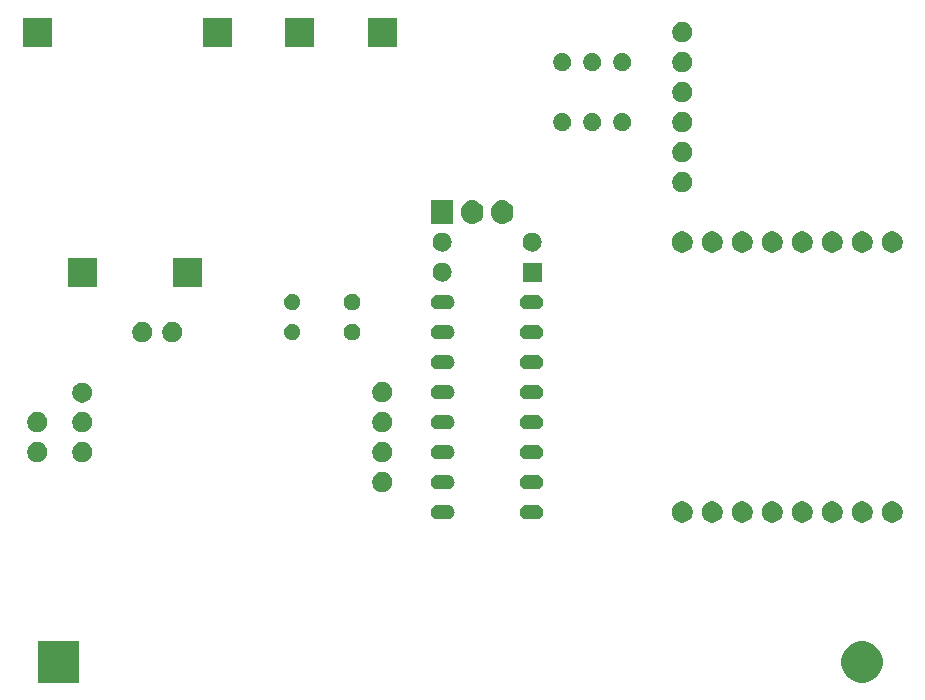
<source format=gts>
G04 #@! TF.GenerationSoftware,KiCad,Pcbnew,(5.0.2)-1*
G04 #@! TF.CreationDate,2019-04-11T22:06:56+02:00*
G04 #@! TF.ProjectId,irrigation_5Vvalve_4N25_CD74HC4052E_PCB,69727269-6761-4746-996f-6e5f35567661,rev?*
G04 #@! TF.SameCoordinates,Original*
G04 #@! TF.FileFunction,Soldermask,Top*
G04 #@! TF.FilePolarity,Negative*
%FSLAX46Y46*%
G04 Gerber Fmt 4.6, Leading zero omitted, Abs format (unit mm)*
G04 Created by KiCad (PCBNEW (5.0.2)-1) date 11-04-2019 22:06:56*
%MOMM*%
%LPD*%
G01*
G04 APERTURE LIST*
%ADD10C,0.100000*%
G04 APERTURE END LIST*
D10*
G36*
X97030456Y-74517251D02*
X97348936Y-74649170D01*
X97635560Y-74840686D01*
X97879314Y-75084440D01*
X98070830Y-75371064D01*
X98202749Y-75689544D01*
X98270000Y-76027640D01*
X98270000Y-76372360D01*
X98202749Y-76710456D01*
X98070830Y-77028936D01*
X97879314Y-77315560D01*
X97635560Y-77559314D01*
X97348936Y-77750830D01*
X97030456Y-77882749D01*
X96692360Y-77950000D01*
X96347640Y-77950000D01*
X96009544Y-77882749D01*
X95691064Y-77750830D01*
X95404440Y-77559314D01*
X95160686Y-77315560D01*
X94969170Y-77028936D01*
X94837251Y-76710456D01*
X94770000Y-76372360D01*
X94770000Y-76027640D01*
X94837251Y-75689544D01*
X94969170Y-75371064D01*
X95160686Y-75084440D01*
X95404440Y-74840686D01*
X95691064Y-74649170D01*
X96009544Y-74517251D01*
X96347640Y-74450000D01*
X96692360Y-74450000D01*
X97030456Y-74517251D01*
X97030456Y-74517251D01*
G37*
G36*
X30250000Y-77950000D02*
X26750000Y-77950000D01*
X26750000Y-74450000D01*
X30250000Y-74450000D01*
X30250000Y-77950000D01*
X30250000Y-77950000D01*
G37*
G36*
X81542521Y-62634586D02*
X81706309Y-62702429D01*
X81853720Y-62800926D01*
X81979074Y-62926280D01*
X82077571Y-63073691D01*
X82145414Y-63237479D01*
X82180000Y-63411356D01*
X82180000Y-63588644D01*
X82145414Y-63762521D01*
X82077571Y-63926309D01*
X81979074Y-64073720D01*
X81853720Y-64199074D01*
X81706309Y-64297571D01*
X81542521Y-64365414D01*
X81368644Y-64400000D01*
X81191356Y-64400000D01*
X81017479Y-64365414D01*
X80853691Y-64297571D01*
X80706280Y-64199074D01*
X80580926Y-64073720D01*
X80482429Y-63926309D01*
X80414586Y-63762521D01*
X80380000Y-63588644D01*
X80380000Y-63411356D01*
X80414586Y-63237479D01*
X80482429Y-63073691D01*
X80580926Y-62926280D01*
X80706280Y-62800926D01*
X80853691Y-62702429D01*
X81017479Y-62634586D01*
X81191356Y-62600000D01*
X81368644Y-62600000D01*
X81542521Y-62634586D01*
X81542521Y-62634586D01*
G37*
G36*
X84082521Y-62634586D02*
X84246309Y-62702429D01*
X84393720Y-62800926D01*
X84519074Y-62926280D01*
X84617571Y-63073691D01*
X84685414Y-63237479D01*
X84720000Y-63411356D01*
X84720000Y-63588644D01*
X84685414Y-63762521D01*
X84617571Y-63926309D01*
X84519074Y-64073720D01*
X84393720Y-64199074D01*
X84246309Y-64297571D01*
X84082521Y-64365414D01*
X83908644Y-64400000D01*
X83731356Y-64400000D01*
X83557479Y-64365414D01*
X83393691Y-64297571D01*
X83246280Y-64199074D01*
X83120926Y-64073720D01*
X83022429Y-63926309D01*
X82954586Y-63762521D01*
X82920000Y-63588644D01*
X82920000Y-63411356D01*
X82954586Y-63237479D01*
X83022429Y-63073691D01*
X83120926Y-62926280D01*
X83246280Y-62800926D01*
X83393691Y-62702429D01*
X83557479Y-62634586D01*
X83731356Y-62600000D01*
X83908644Y-62600000D01*
X84082521Y-62634586D01*
X84082521Y-62634586D01*
G37*
G36*
X86622521Y-62634586D02*
X86786309Y-62702429D01*
X86933720Y-62800926D01*
X87059074Y-62926280D01*
X87157571Y-63073691D01*
X87225414Y-63237479D01*
X87260000Y-63411356D01*
X87260000Y-63588644D01*
X87225414Y-63762521D01*
X87157571Y-63926309D01*
X87059074Y-64073720D01*
X86933720Y-64199074D01*
X86786309Y-64297571D01*
X86622521Y-64365414D01*
X86448644Y-64400000D01*
X86271356Y-64400000D01*
X86097479Y-64365414D01*
X85933691Y-64297571D01*
X85786280Y-64199074D01*
X85660926Y-64073720D01*
X85562429Y-63926309D01*
X85494586Y-63762521D01*
X85460000Y-63588644D01*
X85460000Y-63411356D01*
X85494586Y-63237479D01*
X85562429Y-63073691D01*
X85660926Y-62926280D01*
X85786280Y-62800926D01*
X85933691Y-62702429D01*
X86097479Y-62634586D01*
X86271356Y-62600000D01*
X86448644Y-62600000D01*
X86622521Y-62634586D01*
X86622521Y-62634586D01*
G37*
G36*
X89162521Y-62634586D02*
X89326309Y-62702429D01*
X89473720Y-62800926D01*
X89599074Y-62926280D01*
X89697571Y-63073691D01*
X89765414Y-63237479D01*
X89800000Y-63411356D01*
X89800000Y-63588644D01*
X89765414Y-63762521D01*
X89697571Y-63926309D01*
X89599074Y-64073720D01*
X89473720Y-64199074D01*
X89326309Y-64297571D01*
X89162521Y-64365414D01*
X88988644Y-64400000D01*
X88811356Y-64400000D01*
X88637479Y-64365414D01*
X88473691Y-64297571D01*
X88326280Y-64199074D01*
X88200926Y-64073720D01*
X88102429Y-63926309D01*
X88034586Y-63762521D01*
X88000000Y-63588644D01*
X88000000Y-63411356D01*
X88034586Y-63237479D01*
X88102429Y-63073691D01*
X88200926Y-62926280D01*
X88326280Y-62800926D01*
X88473691Y-62702429D01*
X88637479Y-62634586D01*
X88811356Y-62600000D01*
X88988644Y-62600000D01*
X89162521Y-62634586D01*
X89162521Y-62634586D01*
G37*
G36*
X91702521Y-62634586D02*
X91866309Y-62702429D01*
X92013720Y-62800926D01*
X92139074Y-62926280D01*
X92237571Y-63073691D01*
X92305414Y-63237479D01*
X92340000Y-63411356D01*
X92340000Y-63588644D01*
X92305414Y-63762521D01*
X92237571Y-63926309D01*
X92139074Y-64073720D01*
X92013720Y-64199074D01*
X91866309Y-64297571D01*
X91702521Y-64365414D01*
X91528644Y-64400000D01*
X91351356Y-64400000D01*
X91177479Y-64365414D01*
X91013691Y-64297571D01*
X90866280Y-64199074D01*
X90740926Y-64073720D01*
X90642429Y-63926309D01*
X90574586Y-63762521D01*
X90540000Y-63588644D01*
X90540000Y-63411356D01*
X90574586Y-63237479D01*
X90642429Y-63073691D01*
X90740926Y-62926280D01*
X90866280Y-62800926D01*
X91013691Y-62702429D01*
X91177479Y-62634586D01*
X91351356Y-62600000D01*
X91528644Y-62600000D01*
X91702521Y-62634586D01*
X91702521Y-62634586D01*
G37*
G36*
X96782521Y-62634586D02*
X96946309Y-62702429D01*
X97093720Y-62800926D01*
X97219074Y-62926280D01*
X97317571Y-63073691D01*
X97385414Y-63237479D01*
X97420000Y-63411356D01*
X97420000Y-63588644D01*
X97385414Y-63762521D01*
X97317571Y-63926309D01*
X97219074Y-64073720D01*
X97093720Y-64199074D01*
X96946309Y-64297571D01*
X96782521Y-64365414D01*
X96608644Y-64400000D01*
X96431356Y-64400000D01*
X96257479Y-64365414D01*
X96093691Y-64297571D01*
X95946280Y-64199074D01*
X95820926Y-64073720D01*
X95722429Y-63926309D01*
X95654586Y-63762521D01*
X95620000Y-63588644D01*
X95620000Y-63411356D01*
X95654586Y-63237479D01*
X95722429Y-63073691D01*
X95820926Y-62926280D01*
X95946280Y-62800926D01*
X96093691Y-62702429D01*
X96257479Y-62634586D01*
X96431356Y-62600000D01*
X96608644Y-62600000D01*
X96782521Y-62634586D01*
X96782521Y-62634586D01*
G37*
G36*
X99322521Y-62634586D02*
X99486309Y-62702429D01*
X99633720Y-62800926D01*
X99759074Y-62926280D01*
X99857571Y-63073691D01*
X99925414Y-63237479D01*
X99960000Y-63411356D01*
X99960000Y-63588644D01*
X99925414Y-63762521D01*
X99857571Y-63926309D01*
X99759074Y-64073720D01*
X99633720Y-64199074D01*
X99486309Y-64297571D01*
X99322521Y-64365414D01*
X99148644Y-64400000D01*
X98971356Y-64400000D01*
X98797479Y-64365414D01*
X98633691Y-64297571D01*
X98486280Y-64199074D01*
X98360926Y-64073720D01*
X98262429Y-63926309D01*
X98194586Y-63762521D01*
X98160000Y-63588644D01*
X98160000Y-63411356D01*
X98194586Y-63237479D01*
X98262429Y-63073691D01*
X98360926Y-62926280D01*
X98486280Y-62800926D01*
X98633691Y-62702429D01*
X98797479Y-62634586D01*
X98971356Y-62600000D01*
X99148644Y-62600000D01*
X99322521Y-62634586D01*
X99322521Y-62634586D01*
G37*
G36*
X94242521Y-62634586D02*
X94406309Y-62702429D01*
X94553720Y-62800926D01*
X94679074Y-62926280D01*
X94777571Y-63073691D01*
X94845414Y-63237479D01*
X94880000Y-63411356D01*
X94880000Y-63588644D01*
X94845414Y-63762521D01*
X94777571Y-63926309D01*
X94679074Y-64073720D01*
X94553720Y-64199074D01*
X94406309Y-64297571D01*
X94242521Y-64365414D01*
X94068644Y-64400000D01*
X93891356Y-64400000D01*
X93717479Y-64365414D01*
X93553691Y-64297571D01*
X93406280Y-64199074D01*
X93280926Y-64073720D01*
X93182429Y-63926309D01*
X93114586Y-63762521D01*
X93080000Y-63588644D01*
X93080000Y-63411356D01*
X93114586Y-63237479D01*
X93182429Y-63073691D01*
X93280926Y-62926280D01*
X93406280Y-62800926D01*
X93553691Y-62702429D01*
X93717479Y-62634586D01*
X93891356Y-62600000D01*
X94068644Y-62600000D01*
X94242521Y-62634586D01*
X94242521Y-62634586D01*
G37*
G36*
X69047621Y-62908682D02*
X69160721Y-62942990D01*
X69264955Y-62998704D01*
X69356317Y-63073683D01*
X69431296Y-63165045D01*
X69487010Y-63269279D01*
X69521318Y-63382379D01*
X69532903Y-63500000D01*
X69521318Y-63617621D01*
X69487010Y-63730721D01*
X69431296Y-63834955D01*
X69356317Y-63926317D01*
X69264955Y-64001296D01*
X69160721Y-64057010D01*
X69047621Y-64091318D01*
X68959474Y-64100000D01*
X68100526Y-64100000D01*
X68012379Y-64091318D01*
X67899279Y-64057010D01*
X67795045Y-64001296D01*
X67703683Y-63926317D01*
X67628704Y-63834955D01*
X67572990Y-63730721D01*
X67538682Y-63617621D01*
X67527097Y-63500000D01*
X67538682Y-63382379D01*
X67572990Y-63269279D01*
X67628704Y-63165045D01*
X67703683Y-63073683D01*
X67795045Y-62998704D01*
X67899279Y-62942990D01*
X68012379Y-62908682D01*
X68100526Y-62900000D01*
X68959474Y-62900000D01*
X69047621Y-62908682D01*
X69047621Y-62908682D01*
G37*
G36*
X61527621Y-62908682D02*
X61640721Y-62942990D01*
X61744955Y-62998704D01*
X61836317Y-63073683D01*
X61911296Y-63165045D01*
X61967010Y-63269279D01*
X62001318Y-63382379D01*
X62012903Y-63500000D01*
X62001318Y-63617621D01*
X61967010Y-63730721D01*
X61911296Y-63834955D01*
X61836317Y-63926317D01*
X61744955Y-64001296D01*
X61640721Y-64057010D01*
X61527621Y-64091318D01*
X61439474Y-64100000D01*
X60580526Y-64100000D01*
X60492379Y-64091318D01*
X60379279Y-64057010D01*
X60275045Y-64001296D01*
X60183683Y-63926317D01*
X60108704Y-63834955D01*
X60052990Y-63730721D01*
X60018682Y-63617621D01*
X60007097Y-63500000D01*
X60018682Y-63382379D01*
X60052990Y-63269279D01*
X60108704Y-63165045D01*
X60183683Y-63073683D01*
X60275045Y-62998704D01*
X60379279Y-62942990D01*
X60492379Y-62908682D01*
X60580526Y-62900000D01*
X61439474Y-62900000D01*
X61527621Y-62908682D01*
X61527621Y-62908682D01*
G37*
G36*
X56127934Y-60142664D02*
X56282627Y-60206740D01*
X56421847Y-60299764D01*
X56540236Y-60418153D01*
X56633260Y-60557373D01*
X56697336Y-60712066D01*
X56730000Y-60876281D01*
X56730000Y-61043719D01*
X56697336Y-61207934D01*
X56633260Y-61362627D01*
X56540236Y-61501847D01*
X56421847Y-61620236D01*
X56282627Y-61713260D01*
X56127934Y-61777336D01*
X55963719Y-61810000D01*
X55796281Y-61810000D01*
X55632066Y-61777336D01*
X55477373Y-61713260D01*
X55338153Y-61620236D01*
X55219764Y-61501847D01*
X55126740Y-61362627D01*
X55062664Y-61207934D01*
X55030000Y-61043719D01*
X55030000Y-60876281D01*
X55062664Y-60712066D01*
X55126740Y-60557373D01*
X55219764Y-60418153D01*
X55338153Y-60299764D01*
X55477373Y-60206740D01*
X55632066Y-60142664D01*
X55796281Y-60110000D01*
X55963719Y-60110000D01*
X56127934Y-60142664D01*
X56127934Y-60142664D01*
G37*
G36*
X69047621Y-60368682D02*
X69160721Y-60402990D01*
X69264955Y-60458704D01*
X69356317Y-60533683D01*
X69431296Y-60625045D01*
X69487010Y-60729279D01*
X69521318Y-60842379D01*
X69532903Y-60960000D01*
X69521318Y-61077621D01*
X69487010Y-61190721D01*
X69431296Y-61294955D01*
X69356317Y-61386317D01*
X69264955Y-61461296D01*
X69160721Y-61517010D01*
X69047621Y-61551318D01*
X68959474Y-61560000D01*
X68100526Y-61560000D01*
X68012379Y-61551318D01*
X67899279Y-61517010D01*
X67795045Y-61461296D01*
X67703683Y-61386317D01*
X67628704Y-61294955D01*
X67572990Y-61190721D01*
X67538682Y-61077621D01*
X67527097Y-60960000D01*
X67538682Y-60842379D01*
X67572990Y-60729279D01*
X67628704Y-60625045D01*
X67703683Y-60533683D01*
X67795045Y-60458704D01*
X67899279Y-60402990D01*
X68012379Y-60368682D01*
X68100526Y-60360000D01*
X68959474Y-60360000D01*
X69047621Y-60368682D01*
X69047621Y-60368682D01*
G37*
G36*
X61527621Y-60368682D02*
X61640721Y-60402990D01*
X61744955Y-60458704D01*
X61836317Y-60533683D01*
X61911296Y-60625045D01*
X61967010Y-60729279D01*
X62001318Y-60842379D01*
X62012903Y-60960000D01*
X62001318Y-61077621D01*
X61967010Y-61190721D01*
X61911296Y-61294955D01*
X61836317Y-61386317D01*
X61744955Y-61461296D01*
X61640721Y-61517010D01*
X61527621Y-61551318D01*
X61439474Y-61560000D01*
X60580526Y-61560000D01*
X60492379Y-61551318D01*
X60379279Y-61517010D01*
X60275045Y-61461296D01*
X60183683Y-61386317D01*
X60108704Y-61294955D01*
X60052990Y-61190721D01*
X60018682Y-61077621D01*
X60007097Y-60960000D01*
X60018682Y-60842379D01*
X60052990Y-60729279D01*
X60108704Y-60625045D01*
X60183683Y-60533683D01*
X60275045Y-60458704D01*
X60379279Y-60402990D01*
X60492379Y-60368682D01*
X60580526Y-60360000D01*
X61439474Y-60360000D01*
X61527621Y-60368682D01*
X61527621Y-60368682D01*
G37*
G36*
X26917934Y-57602664D02*
X27072627Y-57666740D01*
X27211847Y-57759764D01*
X27330236Y-57878153D01*
X27423260Y-58017373D01*
X27487336Y-58172066D01*
X27520000Y-58336281D01*
X27520000Y-58503719D01*
X27487336Y-58667934D01*
X27423260Y-58822627D01*
X27330236Y-58961847D01*
X27211847Y-59080236D01*
X27072627Y-59173260D01*
X26917934Y-59237336D01*
X26753719Y-59270000D01*
X26586281Y-59270000D01*
X26422066Y-59237336D01*
X26267373Y-59173260D01*
X26128153Y-59080236D01*
X26009764Y-58961847D01*
X25916740Y-58822627D01*
X25852664Y-58667934D01*
X25820000Y-58503719D01*
X25820000Y-58336281D01*
X25852664Y-58172066D01*
X25916740Y-58017373D01*
X26009764Y-57878153D01*
X26128153Y-57759764D01*
X26267373Y-57666740D01*
X26422066Y-57602664D01*
X26586281Y-57570000D01*
X26753719Y-57570000D01*
X26917934Y-57602664D01*
X26917934Y-57602664D01*
G37*
G36*
X56127934Y-57602664D02*
X56282627Y-57666740D01*
X56421847Y-57759764D01*
X56540236Y-57878153D01*
X56633260Y-58017373D01*
X56697336Y-58172066D01*
X56730000Y-58336281D01*
X56730000Y-58503719D01*
X56697336Y-58667934D01*
X56633260Y-58822627D01*
X56540236Y-58961847D01*
X56421847Y-59080236D01*
X56282627Y-59173260D01*
X56127934Y-59237336D01*
X55963719Y-59270000D01*
X55796281Y-59270000D01*
X55632066Y-59237336D01*
X55477373Y-59173260D01*
X55338153Y-59080236D01*
X55219764Y-58961847D01*
X55126740Y-58822627D01*
X55062664Y-58667934D01*
X55030000Y-58503719D01*
X55030000Y-58336281D01*
X55062664Y-58172066D01*
X55126740Y-58017373D01*
X55219764Y-57878153D01*
X55338153Y-57759764D01*
X55477373Y-57666740D01*
X55632066Y-57602664D01*
X55796281Y-57570000D01*
X55963719Y-57570000D01*
X56127934Y-57602664D01*
X56127934Y-57602664D01*
G37*
G36*
X30727934Y-57602664D02*
X30882627Y-57666740D01*
X31021847Y-57759764D01*
X31140236Y-57878153D01*
X31233260Y-58017373D01*
X31297336Y-58172066D01*
X31330000Y-58336281D01*
X31330000Y-58503719D01*
X31297336Y-58667934D01*
X31233260Y-58822627D01*
X31140236Y-58961847D01*
X31021847Y-59080236D01*
X30882627Y-59173260D01*
X30727934Y-59237336D01*
X30563719Y-59270000D01*
X30396281Y-59270000D01*
X30232066Y-59237336D01*
X30077373Y-59173260D01*
X29938153Y-59080236D01*
X29819764Y-58961847D01*
X29726740Y-58822627D01*
X29662664Y-58667934D01*
X29630000Y-58503719D01*
X29630000Y-58336281D01*
X29662664Y-58172066D01*
X29726740Y-58017373D01*
X29819764Y-57878153D01*
X29938153Y-57759764D01*
X30077373Y-57666740D01*
X30232066Y-57602664D01*
X30396281Y-57570000D01*
X30563719Y-57570000D01*
X30727934Y-57602664D01*
X30727934Y-57602664D01*
G37*
G36*
X69047621Y-57828682D02*
X69160721Y-57862990D01*
X69264955Y-57918704D01*
X69356317Y-57993683D01*
X69431296Y-58085045D01*
X69487010Y-58189279D01*
X69521318Y-58302379D01*
X69532903Y-58420000D01*
X69521318Y-58537621D01*
X69487010Y-58650721D01*
X69431296Y-58754955D01*
X69356317Y-58846317D01*
X69264955Y-58921296D01*
X69160721Y-58977010D01*
X69047621Y-59011318D01*
X68959474Y-59020000D01*
X68100526Y-59020000D01*
X68012379Y-59011318D01*
X67899279Y-58977010D01*
X67795045Y-58921296D01*
X67703683Y-58846317D01*
X67628704Y-58754955D01*
X67572990Y-58650721D01*
X67538682Y-58537621D01*
X67527097Y-58420000D01*
X67538682Y-58302379D01*
X67572990Y-58189279D01*
X67628704Y-58085045D01*
X67703683Y-57993683D01*
X67795045Y-57918704D01*
X67899279Y-57862990D01*
X68012379Y-57828682D01*
X68100526Y-57820000D01*
X68959474Y-57820000D01*
X69047621Y-57828682D01*
X69047621Y-57828682D01*
G37*
G36*
X61527621Y-57828682D02*
X61640721Y-57862990D01*
X61744955Y-57918704D01*
X61836317Y-57993683D01*
X61911296Y-58085045D01*
X61967010Y-58189279D01*
X62001318Y-58302379D01*
X62012903Y-58420000D01*
X62001318Y-58537621D01*
X61967010Y-58650721D01*
X61911296Y-58754955D01*
X61836317Y-58846317D01*
X61744955Y-58921296D01*
X61640721Y-58977010D01*
X61527621Y-59011318D01*
X61439474Y-59020000D01*
X60580526Y-59020000D01*
X60492379Y-59011318D01*
X60379279Y-58977010D01*
X60275045Y-58921296D01*
X60183683Y-58846317D01*
X60108704Y-58754955D01*
X60052990Y-58650721D01*
X60018682Y-58537621D01*
X60007097Y-58420000D01*
X60018682Y-58302379D01*
X60052990Y-58189279D01*
X60108704Y-58085045D01*
X60183683Y-57993683D01*
X60275045Y-57918704D01*
X60379279Y-57862990D01*
X60492379Y-57828682D01*
X60580526Y-57820000D01*
X61439474Y-57820000D01*
X61527621Y-57828682D01*
X61527621Y-57828682D01*
G37*
G36*
X56127934Y-55062664D02*
X56282627Y-55126740D01*
X56421847Y-55219764D01*
X56540236Y-55338153D01*
X56633260Y-55477373D01*
X56697336Y-55632066D01*
X56730000Y-55796281D01*
X56730000Y-55963719D01*
X56697336Y-56127934D01*
X56633260Y-56282627D01*
X56540236Y-56421847D01*
X56421847Y-56540236D01*
X56282627Y-56633260D01*
X56127934Y-56697336D01*
X55963719Y-56730000D01*
X55796281Y-56730000D01*
X55632066Y-56697336D01*
X55477373Y-56633260D01*
X55338153Y-56540236D01*
X55219764Y-56421847D01*
X55126740Y-56282627D01*
X55062664Y-56127934D01*
X55030000Y-55963719D01*
X55030000Y-55796281D01*
X55062664Y-55632066D01*
X55126740Y-55477373D01*
X55219764Y-55338153D01*
X55338153Y-55219764D01*
X55477373Y-55126740D01*
X55632066Y-55062664D01*
X55796281Y-55030000D01*
X55963719Y-55030000D01*
X56127934Y-55062664D01*
X56127934Y-55062664D01*
G37*
G36*
X30727934Y-55062664D02*
X30882627Y-55126740D01*
X31021847Y-55219764D01*
X31140236Y-55338153D01*
X31233260Y-55477373D01*
X31297336Y-55632066D01*
X31330000Y-55796281D01*
X31330000Y-55963719D01*
X31297336Y-56127934D01*
X31233260Y-56282627D01*
X31140236Y-56421847D01*
X31021847Y-56540236D01*
X30882627Y-56633260D01*
X30727934Y-56697336D01*
X30563719Y-56730000D01*
X30396281Y-56730000D01*
X30232066Y-56697336D01*
X30077373Y-56633260D01*
X29938153Y-56540236D01*
X29819764Y-56421847D01*
X29726740Y-56282627D01*
X29662664Y-56127934D01*
X29630000Y-55963719D01*
X29630000Y-55796281D01*
X29662664Y-55632066D01*
X29726740Y-55477373D01*
X29819764Y-55338153D01*
X29938153Y-55219764D01*
X30077373Y-55126740D01*
X30232066Y-55062664D01*
X30396281Y-55030000D01*
X30563719Y-55030000D01*
X30727934Y-55062664D01*
X30727934Y-55062664D01*
G37*
G36*
X26917934Y-55062664D02*
X27072627Y-55126740D01*
X27211847Y-55219764D01*
X27330236Y-55338153D01*
X27423260Y-55477373D01*
X27487336Y-55632066D01*
X27520000Y-55796281D01*
X27520000Y-55963719D01*
X27487336Y-56127934D01*
X27423260Y-56282627D01*
X27330236Y-56421847D01*
X27211847Y-56540236D01*
X27072627Y-56633260D01*
X26917934Y-56697336D01*
X26753719Y-56730000D01*
X26586281Y-56730000D01*
X26422066Y-56697336D01*
X26267373Y-56633260D01*
X26128153Y-56540236D01*
X26009764Y-56421847D01*
X25916740Y-56282627D01*
X25852664Y-56127934D01*
X25820000Y-55963719D01*
X25820000Y-55796281D01*
X25852664Y-55632066D01*
X25916740Y-55477373D01*
X26009764Y-55338153D01*
X26128153Y-55219764D01*
X26267373Y-55126740D01*
X26422066Y-55062664D01*
X26586281Y-55030000D01*
X26753719Y-55030000D01*
X26917934Y-55062664D01*
X26917934Y-55062664D01*
G37*
G36*
X69047621Y-55288682D02*
X69160721Y-55322990D01*
X69264955Y-55378704D01*
X69356317Y-55453683D01*
X69431296Y-55545045D01*
X69487010Y-55649279D01*
X69521318Y-55762379D01*
X69532903Y-55880000D01*
X69521318Y-55997621D01*
X69487010Y-56110721D01*
X69431296Y-56214955D01*
X69356317Y-56306317D01*
X69264955Y-56381296D01*
X69160721Y-56437010D01*
X69047621Y-56471318D01*
X68959474Y-56480000D01*
X68100526Y-56480000D01*
X68012379Y-56471318D01*
X67899279Y-56437010D01*
X67795045Y-56381296D01*
X67703683Y-56306317D01*
X67628704Y-56214955D01*
X67572990Y-56110721D01*
X67538682Y-55997621D01*
X67527097Y-55880000D01*
X67538682Y-55762379D01*
X67572990Y-55649279D01*
X67628704Y-55545045D01*
X67703683Y-55453683D01*
X67795045Y-55378704D01*
X67899279Y-55322990D01*
X68012379Y-55288682D01*
X68100526Y-55280000D01*
X68959474Y-55280000D01*
X69047621Y-55288682D01*
X69047621Y-55288682D01*
G37*
G36*
X61527621Y-55288682D02*
X61640721Y-55322990D01*
X61744955Y-55378704D01*
X61836317Y-55453683D01*
X61911296Y-55545045D01*
X61967010Y-55649279D01*
X62001318Y-55762379D01*
X62012903Y-55880000D01*
X62001318Y-55997621D01*
X61967010Y-56110721D01*
X61911296Y-56214955D01*
X61836317Y-56306317D01*
X61744955Y-56381296D01*
X61640721Y-56437010D01*
X61527621Y-56471318D01*
X61439474Y-56480000D01*
X60580526Y-56480000D01*
X60492379Y-56471318D01*
X60379279Y-56437010D01*
X60275045Y-56381296D01*
X60183683Y-56306317D01*
X60108704Y-56214955D01*
X60052990Y-56110721D01*
X60018682Y-55997621D01*
X60007097Y-55880000D01*
X60018682Y-55762379D01*
X60052990Y-55649279D01*
X60108704Y-55545045D01*
X60183683Y-55453683D01*
X60275045Y-55378704D01*
X60379279Y-55322990D01*
X60492379Y-55288682D01*
X60580526Y-55280000D01*
X61439474Y-55280000D01*
X61527621Y-55288682D01*
X61527621Y-55288682D01*
G37*
G36*
X30727934Y-52562664D02*
X30882627Y-52626740D01*
X31021847Y-52719764D01*
X31140236Y-52838153D01*
X31233260Y-52977373D01*
X31297336Y-53132066D01*
X31330000Y-53296281D01*
X31330000Y-53463719D01*
X31297336Y-53627934D01*
X31233260Y-53782627D01*
X31140236Y-53921847D01*
X31021847Y-54040236D01*
X30882627Y-54133260D01*
X30727934Y-54197336D01*
X30563719Y-54230000D01*
X30396281Y-54230000D01*
X30232066Y-54197336D01*
X30077373Y-54133260D01*
X29938153Y-54040236D01*
X29819764Y-53921847D01*
X29726740Y-53782627D01*
X29662664Y-53627934D01*
X29630000Y-53463719D01*
X29630000Y-53296281D01*
X29662664Y-53132066D01*
X29726740Y-52977373D01*
X29819764Y-52838153D01*
X29938153Y-52719764D01*
X30077373Y-52626740D01*
X30232066Y-52562664D01*
X30396281Y-52530000D01*
X30563719Y-52530000D01*
X30727934Y-52562664D01*
X30727934Y-52562664D01*
G37*
G36*
X56127934Y-52522664D02*
X56282627Y-52586740D01*
X56421847Y-52679764D01*
X56540236Y-52798153D01*
X56633260Y-52937373D01*
X56697336Y-53092066D01*
X56730000Y-53256281D01*
X56730000Y-53423719D01*
X56697336Y-53587934D01*
X56633260Y-53742627D01*
X56540236Y-53881847D01*
X56421847Y-54000236D01*
X56282627Y-54093260D01*
X56127934Y-54157336D01*
X55963719Y-54190000D01*
X55796281Y-54190000D01*
X55632066Y-54157336D01*
X55477373Y-54093260D01*
X55338153Y-54000236D01*
X55219764Y-53881847D01*
X55126740Y-53742627D01*
X55062664Y-53587934D01*
X55030000Y-53423719D01*
X55030000Y-53256281D01*
X55062664Y-53092066D01*
X55126740Y-52937373D01*
X55219764Y-52798153D01*
X55338153Y-52679764D01*
X55477373Y-52586740D01*
X55632066Y-52522664D01*
X55796281Y-52490000D01*
X55963719Y-52490000D01*
X56127934Y-52522664D01*
X56127934Y-52522664D01*
G37*
G36*
X61527621Y-52748682D02*
X61640721Y-52782990D01*
X61744955Y-52838704D01*
X61836317Y-52913683D01*
X61911296Y-53005045D01*
X61967010Y-53109279D01*
X62001318Y-53222379D01*
X62012903Y-53340000D01*
X62001318Y-53457621D01*
X61967010Y-53570721D01*
X61911296Y-53674955D01*
X61836317Y-53766317D01*
X61744955Y-53841296D01*
X61640721Y-53897010D01*
X61527621Y-53931318D01*
X61439474Y-53940000D01*
X60580526Y-53940000D01*
X60492379Y-53931318D01*
X60379279Y-53897010D01*
X60275045Y-53841296D01*
X60183683Y-53766317D01*
X60108704Y-53674955D01*
X60052990Y-53570721D01*
X60018682Y-53457621D01*
X60007097Y-53340000D01*
X60018682Y-53222379D01*
X60052990Y-53109279D01*
X60108704Y-53005045D01*
X60183683Y-52913683D01*
X60275045Y-52838704D01*
X60379279Y-52782990D01*
X60492379Y-52748682D01*
X60580526Y-52740000D01*
X61439474Y-52740000D01*
X61527621Y-52748682D01*
X61527621Y-52748682D01*
G37*
G36*
X69047621Y-52748682D02*
X69160721Y-52782990D01*
X69264955Y-52838704D01*
X69356317Y-52913683D01*
X69431296Y-53005045D01*
X69487010Y-53109279D01*
X69521318Y-53222379D01*
X69532903Y-53340000D01*
X69521318Y-53457621D01*
X69487010Y-53570721D01*
X69431296Y-53674955D01*
X69356317Y-53766317D01*
X69264955Y-53841296D01*
X69160721Y-53897010D01*
X69047621Y-53931318D01*
X68959474Y-53940000D01*
X68100526Y-53940000D01*
X68012379Y-53931318D01*
X67899279Y-53897010D01*
X67795045Y-53841296D01*
X67703683Y-53766317D01*
X67628704Y-53674955D01*
X67572990Y-53570721D01*
X67538682Y-53457621D01*
X67527097Y-53340000D01*
X67538682Y-53222379D01*
X67572990Y-53109279D01*
X67628704Y-53005045D01*
X67703683Y-52913683D01*
X67795045Y-52838704D01*
X67899279Y-52782990D01*
X68012379Y-52748682D01*
X68100526Y-52740000D01*
X68959474Y-52740000D01*
X69047621Y-52748682D01*
X69047621Y-52748682D01*
G37*
G36*
X69047621Y-50208682D02*
X69160721Y-50242990D01*
X69264955Y-50298704D01*
X69356317Y-50373683D01*
X69431296Y-50465045D01*
X69487010Y-50569279D01*
X69521318Y-50682379D01*
X69532903Y-50800000D01*
X69521318Y-50917621D01*
X69487010Y-51030721D01*
X69431296Y-51134955D01*
X69356317Y-51226317D01*
X69264955Y-51301296D01*
X69160721Y-51357010D01*
X69047621Y-51391318D01*
X68959474Y-51400000D01*
X68100526Y-51400000D01*
X68012379Y-51391318D01*
X67899279Y-51357010D01*
X67795045Y-51301296D01*
X67703683Y-51226317D01*
X67628704Y-51134955D01*
X67572990Y-51030721D01*
X67538682Y-50917621D01*
X67527097Y-50800000D01*
X67538682Y-50682379D01*
X67572990Y-50569279D01*
X67628704Y-50465045D01*
X67703683Y-50373683D01*
X67795045Y-50298704D01*
X67899279Y-50242990D01*
X68012379Y-50208682D01*
X68100526Y-50200000D01*
X68959474Y-50200000D01*
X69047621Y-50208682D01*
X69047621Y-50208682D01*
G37*
G36*
X61527621Y-50208682D02*
X61640721Y-50242990D01*
X61744955Y-50298704D01*
X61836317Y-50373683D01*
X61911296Y-50465045D01*
X61967010Y-50569279D01*
X62001318Y-50682379D01*
X62012903Y-50800000D01*
X62001318Y-50917621D01*
X61967010Y-51030721D01*
X61911296Y-51134955D01*
X61836317Y-51226317D01*
X61744955Y-51301296D01*
X61640721Y-51357010D01*
X61527621Y-51391318D01*
X61439474Y-51400000D01*
X60580526Y-51400000D01*
X60492379Y-51391318D01*
X60379279Y-51357010D01*
X60275045Y-51301296D01*
X60183683Y-51226317D01*
X60108704Y-51134955D01*
X60052990Y-51030721D01*
X60018682Y-50917621D01*
X60007097Y-50800000D01*
X60018682Y-50682379D01*
X60052990Y-50569279D01*
X60108704Y-50465045D01*
X60183683Y-50373683D01*
X60275045Y-50298704D01*
X60379279Y-50242990D01*
X60492379Y-50208682D01*
X60580526Y-50200000D01*
X61439474Y-50200000D01*
X61527621Y-50208682D01*
X61527621Y-50208682D01*
G37*
G36*
X35807934Y-47442664D02*
X35962627Y-47506740D01*
X36101847Y-47599764D01*
X36220236Y-47718153D01*
X36313260Y-47857373D01*
X36377336Y-48012066D01*
X36410000Y-48176281D01*
X36410000Y-48343719D01*
X36377336Y-48507934D01*
X36313260Y-48662627D01*
X36220236Y-48801847D01*
X36101847Y-48920236D01*
X35962627Y-49013260D01*
X35807934Y-49077336D01*
X35643719Y-49110000D01*
X35476281Y-49110000D01*
X35312066Y-49077336D01*
X35157373Y-49013260D01*
X35018153Y-48920236D01*
X34899764Y-48801847D01*
X34806740Y-48662627D01*
X34742664Y-48507934D01*
X34710000Y-48343719D01*
X34710000Y-48176281D01*
X34742664Y-48012066D01*
X34806740Y-47857373D01*
X34899764Y-47718153D01*
X35018153Y-47599764D01*
X35157373Y-47506740D01*
X35312066Y-47442664D01*
X35476281Y-47410000D01*
X35643719Y-47410000D01*
X35807934Y-47442664D01*
X35807934Y-47442664D01*
G37*
G36*
X38347934Y-47442664D02*
X38502627Y-47506740D01*
X38641847Y-47599764D01*
X38760236Y-47718153D01*
X38853260Y-47857373D01*
X38917336Y-48012066D01*
X38950000Y-48176281D01*
X38950000Y-48343719D01*
X38917336Y-48507934D01*
X38853260Y-48662627D01*
X38760236Y-48801847D01*
X38641847Y-48920236D01*
X38502627Y-49013260D01*
X38347934Y-49077336D01*
X38183719Y-49110000D01*
X38016281Y-49110000D01*
X37852066Y-49077336D01*
X37697373Y-49013260D01*
X37558153Y-48920236D01*
X37439764Y-48801847D01*
X37346740Y-48662627D01*
X37282664Y-48507934D01*
X37250000Y-48343719D01*
X37250000Y-48176281D01*
X37282664Y-48012066D01*
X37346740Y-47857373D01*
X37439764Y-47718153D01*
X37558153Y-47599764D01*
X37697373Y-47506740D01*
X37852066Y-47442664D01*
X38016281Y-47410000D01*
X38183719Y-47410000D01*
X38347934Y-47442664D01*
X38347934Y-47442664D01*
G37*
G36*
X48464183Y-47586900D02*
X48591574Y-47639668D01*
X48644685Y-47675155D01*
X48706225Y-47716275D01*
X48803725Y-47813775D01*
X48880332Y-47928426D01*
X48933100Y-48055817D01*
X48960000Y-48191055D01*
X48960000Y-48328945D01*
X48933100Y-48464183D01*
X48880332Y-48591574D01*
X48803726Y-48706224D01*
X48706224Y-48803726D01*
X48634997Y-48851318D01*
X48591574Y-48880332D01*
X48464183Y-48933100D01*
X48328945Y-48960000D01*
X48191055Y-48960000D01*
X48055817Y-48933100D01*
X47928426Y-48880332D01*
X47885003Y-48851318D01*
X47813776Y-48803726D01*
X47716274Y-48706224D01*
X47639668Y-48591574D01*
X47586900Y-48464183D01*
X47560000Y-48328945D01*
X47560000Y-48191055D01*
X47586900Y-48055817D01*
X47639668Y-47928426D01*
X47716275Y-47813775D01*
X47813775Y-47716275D01*
X47875316Y-47675155D01*
X47928426Y-47639668D01*
X48055817Y-47586900D01*
X48191055Y-47560000D01*
X48328945Y-47560000D01*
X48464183Y-47586900D01*
X48464183Y-47586900D01*
G37*
G36*
X53477224Y-47570128D02*
X53609175Y-47610155D01*
X53730781Y-47675155D01*
X53837370Y-47762630D01*
X53924845Y-47869219D01*
X53989845Y-47990825D01*
X54029872Y-48122776D01*
X54043387Y-48260000D01*
X54029872Y-48397224D01*
X53989845Y-48529175D01*
X53924845Y-48650781D01*
X53837370Y-48757370D01*
X53730781Y-48844845D01*
X53609175Y-48909845D01*
X53477224Y-48949872D01*
X53374390Y-48960000D01*
X53305610Y-48960000D01*
X53202776Y-48949872D01*
X53070825Y-48909845D01*
X52949219Y-48844845D01*
X52842630Y-48757370D01*
X52755155Y-48650781D01*
X52690155Y-48529175D01*
X52650128Y-48397224D01*
X52636613Y-48260000D01*
X52650128Y-48122776D01*
X52690155Y-47990825D01*
X52755155Y-47869219D01*
X52842630Y-47762630D01*
X52949219Y-47675155D01*
X53070825Y-47610155D01*
X53202776Y-47570128D01*
X53305610Y-47560000D01*
X53374390Y-47560000D01*
X53477224Y-47570128D01*
X53477224Y-47570128D01*
G37*
G36*
X69047621Y-47668682D02*
X69160721Y-47702990D01*
X69264955Y-47758704D01*
X69356317Y-47833683D01*
X69431296Y-47925045D01*
X69487010Y-48029279D01*
X69521318Y-48142379D01*
X69532903Y-48260000D01*
X69521318Y-48377621D01*
X69487010Y-48490721D01*
X69431296Y-48594955D01*
X69356317Y-48686317D01*
X69264955Y-48761296D01*
X69160721Y-48817010D01*
X69047621Y-48851318D01*
X68959474Y-48860000D01*
X68100526Y-48860000D01*
X68012379Y-48851318D01*
X67899279Y-48817010D01*
X67795045Y-48761296D01*
X67703683Y-48686317D01*
X67628704Y-48594955D01*
X67572990Y-48490721D01*
X67538682Y-48377621D01*
X67527097Y-48260000D01*
X67538682Y-48142379D01*
X67572990Y-48029279D01*
X67628704Y-47925045D01*
X67703683Y-47833683D01*
X67795045Y-47758704D01*
X67899279Y-47702990D01*
X68012379Y-47668682D01*
X68100526Y-47660000D01*
X68959474Y-47660000D01*
X69047621Y-47668682D01*
X69047621Y-47668682D01*
G37*
G36*
X61527621Y-47668682D02*
X61640721Y-47702990D01*
X61744955Y-47758704D01*
X61836317Y-47833683D01*
X61911296Y-47925045D01*
X61967010Y-48029279D01*
X62001318Y-48142379D01*
X62012903Y-48260000D01*
X62001318Y-48377621D01*
X61967010Y-48490721D01*
X61911296Y-48594955D01*
X61836317Y-48686317D01*
X61744955Y-48761296D01*
X61640721Y-48817010D01*
X61527621Y-48851318D01*
X61439474Y-48860000D01*
X60580526Y-48860000D01*
X60492379Y-48851318D01*
X60379279Y-48817010D01*
X60275045Y-48761296D01*
X60183683Y-48686317D01*
X60108704Y-48594955D01*
X60052990Y-48490721D01*
X60018682Y-48377621D01*
X60007097Y-48260000D01*
X60018682Y-48142379D01*
X60052990Y-48029279D01*
X60108704Y-47925045D01*
X60183683Y-47833683D01*
X60275045Y-47758704D01*
X60379279Y-47702990D01*
X60492379Y-47668682D01*
X60580526Y-47660000D01*
X61439474Y-47660000D01*
X61527621Y-47668682D01*
X61527621Y-47668682D01*
G37*
G36*
X53477224Y-45030128D02*
X53609175Y-45070155D01*
X53730781Y-45135155D01*
X53837370Y-45222630D01*
X53924845Y-45329219D01*
X53989845Y-45450825D01*
X54029872Y-45582776D01*
X54043387Y-45720000D01*
X54029872Y-45857224D01*
X53989845Y-45989175D01*
X53924845Y-46110781D01*
X53837370Y-46217370D01*
X53730781Y-46304845D01*
X53609175Y-46369845D01*
X53477224Y-46409872D01*
X53374390Y-46420000D01*
X53305610Y-46420000D01*
X53202776Y-46409872D01*
X53070825Y-46369845D01*
X52949219Y-46304845D01*
X52842630Y-46217370D01*
X52755155Y-46110781D01*
X52690155Y-45989175D01*
X52650128Y-45857224D01*
X52636613Y-45720000D01*
X52650128Y-45582776D01*
X52690155Y-45450825D01*
X52755155Y-45329219D01*
X52842630Y-45222630D01*
X52949219Y-45135155D01*
X53070825Y-45070155D01*
X53202776Y-45030128D01*
X53305610Y-45020000D01*
X53374390Y-45020000D01*
X53477224Y-45030128D01*
X53477224Y-45030128D01*
G37*
G36*
X48464183Y-45046900D02*
X48591574Y-45099668D01*
X48644685Y-45135155D01*
X48706225Y-45176275D01*
X48803725Y-45273775D01*
X48880332Y-45388426D01*
X48933100Y-45515817D01*
X48960000Y-45651055D01*
X48960000Y-45788945D01*
X48933100Y-45924183D01*
X48880332Y-46051574D01*
X48803726Y-46166224D01*
X48706224Y-46263726D01*
X48634997Y-46311318D01*
X48591574Y-46340332D01*
X48464183Y-46393100D01*
X48328945Y-46420000D01*
X48191055Y-46420000D01*
X48055817Y-46393100D01*
X47928426Y-46340332D01*
X47885003Y-46311318D01*
X47813776Y-46263726D01*
X47716274Y-46166224D01*
X47639668Y-46051574D01*
X47586900Y-45924183D01*
X47560000Y-45788945D01*
X47560000Y-45651055D01*
X47586900Y-45515817D01*
X47639668Y-45388426D01*
X47716275Y-45273775D01*
X47813775Y-45176275D01*
X47875316Y-45135155D01*
X47928426Y-45099668D01*
X48055817Y-45046900D01*
X48191055Y-45020000D01*
X48328945Y-45020000D01*
X48464183Y-45046900D01*
X48464183Y-45046900D01*
G37*
G36*
X61527621Y-45128682D02*
X61640721Y-45162990D01*
X61744955Y-45218704D01*
X61836317Y-45293683D01*
X61911296Y-45385045D01*
X61967010Y-45489279D01*
X62001318Y-45602379D01*
X62012903Y-45720000D01*
X62001318Y-45837621D01*
X61967010Y-45950721D01*
X61911296Y-46054955D01*
X61836317Y-46146317D01*
X61744955Y-46221296D01*
X61640721Y-46277010D01*
X61527621Y-46311318D01*
X61439474Y-46320000D01*
X60580526Y-46320000D01*
X60492379Y-46311318D01*
X60379279Y-46277010D01*
X60275045Y-46221296D01*
X60183683Y-46146317D01*
X60108704Y-46054955D01*
X60052990Y-45950721D01*
X60018682Y-45837621D01*
X60007097Y-45720000D01*
X60018682Y-45602379D01*
X60052990Y-45489279D01*
X60108704Y-45385045D01*
X60183683Y-45293683D01*
X60275045Y-45218704D01*
X60379279Y-45162990D01*
X60492379Y-45128682D01*
X60580526Y-45120000D01*
X61439474Y-45120000D01*
X61527621Y-45128682D01*
X61527621Y-45128682D01*
G37*
G36*
X69047621Y-45128682D02*
X69160721Y-45162990D01*
X69264955Y-45218704D01*
X69356317Y-45293683D01*
X69431296Y-45385045D01*
X69487010Y-45489279D01*
X69521318Y-45602379D01*
X69532903Y-45720000D01*
X69521318Y-45837621D01*
X69487010Y-45950721D01*
X69431296Y-46054955D01*
X69356317Y-46146317D01*
X69264955Y-46221296D01*
X69160721Y-46277010D01*
X69047621Y-46311318D01*
X68959474Y-46320000D01*
X68100526Y-46320000D01*
X68012379Y-46311318D01*
X67899279Y-46277010D01*
X67795045Y-46221296D01*
X67703683Y-46146317D01*
X67628704Y-46054955D01*
X67572990Y-45950721D01*
X67538682Y-45837621D01*
X67527097Y-45720000D01*
X67538682Y-45602379D01*
X67572990Y-45489279D01*
X67628704Y-45385045D01*
X67703683Y-45293683D01*
X67795045Y-45218704D01*
X67899279Y-45162990D01*
X68012379Y-45128682D01*
X68100526Y-45120000D01*
X68959474Y-45120000D01*
X69047621Y-45128682D01*
X69047621Y-45128682D01*
G37*
G36*
X31710000Y-44410000D02*
X29250000Y-44410000D01*
X29250000Y-41950000D01*
X31710000Y-41950000D01*
X31710000Y-44410000D01*
X31710000Y-44410000D01*
G37*
G36*
X40600000Y-44410000D02*
X38140000Y-44410000D01*
X38140000Y-41950000D01*
X40600000Y-41950000D01*
X40600000Y-44410000D01*
X40600000Y-44410000D01*
G37*
G36*
X69380000Y-43980000D02*
X67780000Y-43980000D01*
X67780000Y-42380000D01*
X69380000Y-42380000D01*
X69380000Y-43980000D01*
X69380000Y-43980000D01*
G37*
G36*
X61077649Y-42387717D02*
X61116827Y-42391576D01*
X61192227Y-42414448D01*
X61267629Y-42437321D01*
X61406608Y-42511608D01*
X61528422Y-42611578D01*
X61628392Y-42733392D01*
X61702679Y-42872371D01*
X61748424Y-43023174D01*
X61763870Y-43180000D01*
X61748424Y-43336826D01*
X61702679Y-43487629D01*
X61628392Y-43626608D01*
X61528422Y-43748422D01*
X61406608Y-43848392D01*
X61267629Y-43922679D01*
X61192227Y-43945552D01*
X61116827Y-43968424D01*
X61077649Y-43972283D01*
X60999295Y-43980000D01*
X60920705Y-43980000D01*
X60842351Y-43972283D01*
X60803173Y-43968424D01*
X60727773Y-43945552D01*
X60652371Y-43922679D01*
X60513392Y-43848392D01*
X60391578Y-43748422D01*
X60291608Y-43626608D01*
X60217321Y-43487629D01*
X60171576Y-43336826D01*
X60156130Y-43180000D01*
X60171576Y-43023174D01*
X60217321Y-42872371D01*
X60291608Y-42733392D01*
X60391578Y-42611578D01*
X60513392Y-42511608D01*
X60652371Y-42437321D01*
X60727773Y-42414448D01*
X60803173Y-42391576D01*
X60842351Y-42387717D01*
X60920705Y-42380000D01*
X60999295Y-42380000D01*
X61077649Y-42387717D01*
X61077649Y-42387717D01*
G37*
G36*
X86622521Y-39774586D02*
X86786309Y-39842429D01*
X86933720Y-39940926D01*
X87059074Y-40066280D01*
X87157571Y-40213691D01*
X87225414Y-40377479D01*
X87260000Y-40551356D01*
X87260000Y-40728644D01*
X87225414Y-40902521D01*
X87157571Y-41066309D01*
X87059074Y-41213720D01*
X86933720Y-41339074D01*
X86786309Y-41437571D01*
X86622521Y-41505414D01*
X86448644Y-41540000D01*
X86271356Y-41540000D01*
X86097479Y-41505414D01*
X85933691Y-41437571D01*
X85786280Y-41339074D01*
X85660926Y-41213720D01*
X85562429Y-41066309D01*
X85494586Y-40902521D01*
X85460000Y-40728644D01*
X85460000Y-40551356D01*
X85494586Y-40377479D01*
X85562429Y-40213691D01*
X85660926Y-40066280D01*
X85786280Y-39940926D01*
X85933691Y-39842429D01*
X86097479Y-39774586D01*
X86271356Y-39740000D01*
X86448644Y-39740000D01*
X86622521Y-39774586D01*
X86622521Y-39774586D01*
G37*
G36*
X81542521Y-39774586D02*
X81706309Y-39842429D01*
X81853720Y-39940926D01*
X81979074Y-40066280D01*
X82077571Y-40213691D01*
X82145414Y-40377479D01*
X82180000Y-40551356D01*
X82180000Y-40728644D01*
X82145414Y-40902521D01*
X82077571Y-41066309D01*
X81979074Y-41213720D01*
X81853720Y-41339074D01*
X81706309Y-41437571D01*
X81542521Y-41505414D01*
X81368644Y-41540000D01*
X81191356Y-41540000D01*
X81017479Y-41505414D01*
X80853691Y-41437571D01*
X80706280Y-41339074D01*
X80580926Y-41213720D01*
X80482429Y-41066309D01*
X80414586Y-40902521D01*
X80380000Y-40728644D01*
X80380000Y-40551356D01*
X80414586Y-40377479D01*
X80482429Y-40213691D01*
X80580926Y-40066280D01*
X80706280Y-39940926D01*
X80853691Y-39842429D01*
X81017479Y-39774586D01*
X81191356Y-39740000D01*
X81368644Y-39740000D01*
X81542521Y-39774586D01*
X81542521Y-39774586D01*
G37*
G36*
X84082521Y-39774586D02*
X84246309Y-39842429D01*
X84393720Y-39940926D01*
X84519074Y-40066280D01*
X84617571Y-40213691D01*
X84685414Y-40377479D01*
X84720000Y-40551356D01*
X84720000Y-40728644D01*
X84685414Y-40902521D01*
X84617571Y-41066309D01*
X84519074Y-41213720D01*
X84393720Y-41339074D01*
X84246309Y-41437571D01*
X84082521Y-41505414D01*
X83908644Y-41540000D01*
X83731356Y-41540000D01*
X83557479Y-41505414D01*
X83393691Y-41437571D01*
X83246280Y-41339074D01*
X83120926Y-41213720D01*
X83022429Y-41066309D01*
X82954586Y-40902521D01*
X82920000Y-40728644D01*
X82920000Y-40551356D01*
X82954586Y-40377479D01*
X83022429Y-40213691D01*
X83120926Y-40066280D01*
X83246280Y-39940926D01*
X83393691Y-39842429D01*
X83557479Y-39774586D01*
X83731356Y-39740000D01*
X83908644Y-39740000D01*
X84082521Y-39774586D01*
X84082521Y-39774586D01*
G37*
G36*
X99322521Y-39774586D02*
X99486309Y-39842429D01*
X99633720Y-39940926D01*
X99759074Y-40066280D01*
X99857571Y-40213691D01*
X99925414Y-40377479D01*
X99960000Y-40551356D01*
X99960000Y-40728644D01*
X99925414Y-40902521D01*
X99857571Y-41066309D01*
X99759074Y-41213720D01*
X99633720Y-41339074D01*
X99486309Y-41437571D01*
X99322521Y-41505414D01*
X99148644Y-41540000D01*
X98971356Y-41540000D01*
X98797479Y-41505414D01*
X98633691Y-41437571D01*
X98486280Y-41339074D01*
X98360926Y-41213720D01*
X98262429Y-41066309D01*
X98194586Y-40902521D01*
X98160000Y-40728644D01*
X98160000Y-40551356D01*
X98194586Y-40377479D01*
X98262429Y-40213691D01*
X98360926Y-40066280D01*
X98486280Y-39940926D01*
X98633691Y-39842429D01*
X98797479Y-39774586D01*
X98971356Y-39740000D01*
X99148644Y-39740000D01*
X99322521Y-39774586D01*
X99322521Y-39774586D01*
G37*
G36*
X96782521Y-39774586D02*
X96946309Y-39842429D01*
X97093720Y-39940926D01*
X97219074Y-40066280D01*
X97317571Y-40213691D01*
X97385414Y-40377479D01*
X97420000Y-40551356D01*
X97420000Y-40728644D01*
X97385414Y-40902521D01*
X97317571Y-41066309D01*
X97219074Y-41213720D01*
X97093720Y-41339074D01*
X96946309Y-41437571D01*
X96782521Y-41505414D01*
X96608644Y-41540000D01*
X96431356Y-41540000D01*
X96257479Y-41505414D01*
X96093691Y-41437571D01*
X95946280Y-41339074D01*
X95820926Y-41213720D01*
X95722429Y-41066309D01*
X95654586Y-40902521D01*
X95620000Y-40728644D01*
X95620000Y-40551356D01*
X95654586Y-40377479D01*
X95722429Y-40213691D01*
X95820926Y-40066280D01*
X95946280Y-39940926D01*
X96093691Y-39842429D01*
X96257479Y-39774586D01*
X96431356Y-39740000D01*
X96608644Y-39740000D01*
X96782521Y-39774586D01*
X96782521Y-39774586D01*
G37*
G36*
X94242521Y-39774586D02*
X94406309Y-39842429D01*
X94553720Y-39940926D01*
X94679074Y-40066280D01*
X94777571Y-40213691D01*
X94845414Y-40377479D01*
X94880000Y-40551356D01*
X94880000Y-40728644D01*
X94845414Y-40902521D01*
X94777571Y-41066309D01*
X94679074Y-41213720D01*
X94553720Y-41339074D01*
X94406309Y-41437571D01*
X94242521Y-41505414D01*
X94068644Y-41540000D01*
X93891356Y-41540000D01*
X93717479Y-41505414D01*
X93553691Y-41437571D01*
X93406280Y-41339074D01*
X93280926Y-41213720D01*
X93182429Y-41066309D01*
X93114586Y-40902521D01*
X93080000Y-40728644D01*
X93080000Y-40551356D01*
X93114586Y-40377479D01*
X93182429Y-40213691D01*
X93280926Y-40066280D01*
X93406280Y-39940926D01*
X93553691Y-39842429D01*
X93717479Y-39774586D01*
X93891356Y-39740000D01*
X94068644Y-39740000D01*
X94242521Y-39774586D01*
X94242521Y-39774586D01*
G37*
G36*
X91702521Y-39774586D02*
X91866309Y-39842429D01*
X92013720Y-39940926D01*
X92139074Y-40066280D01*
X92237571Y-40213691D01*
X92305414Y-40377479D01*
X92340000Y-40551356D01*
X92340000Y-40728644D01*
X92305414Y-40902521D01*
X92237571Y-41066309D01*
X92139074Y-41213720D01*
X92013720Y-41339074D01*
X91866309Y-41437571D01*
X91702521Y-41505414D01*
X91528644Y-41540000D01*
X91351356Y-41540000D01*
X91177479Y-41505414D01*
X91013691Y-41437571D01*
X90866280Y-41339074D01*
X90740926Y-41213720D01*
X90642429Y-41066309D01*
X90574586Y-40902521D01*
X90540000Y-40728644D01*
X90540000Y-40551356D01*
X90574586Y-40377479D01*
X90642429Y-40213691D01*
X90740926Y-40066280D01*
X90866280Y-39940926D01*
X91013691Y-39842429D01*
X91177479Y-39774586D01*
X91351356Y-39740000D01*
X91528644Y-39740000D01*
X91702521Y-39774586D01*
X91702521Y-39774586D01*
G37*
G36*
X89162521Y-39774586D02*
X89326309Y-39842429D01*
X89473720Y-39940926D01*
X89599074Y-40066280D01*
X89697571Y-40213691D01*
X89765414Y-40377479D01*
X89800000Y-40551356D01*
X89800000Y-40728644D01*
X89765414Y-40902521D01*
X89697571Y-41066309D01*
X89599074Y-41213720D01*
X89473720Y-41339074D01*
X89326309Y-41437571D01*
X89162521Y-41505414D01*
X88988644Y-41540000D01*
X88811356Y-41540000D01*
X88637479Y-41505414D01*
X88473691Y-41437571D01*
X88326280Y-41339074D01*
X88200926Y-41213720D01*
X88102429Y-41066309D01*
X88034586Y-40902521D01*
X88000000Y-40728644D01*
X88000000Y-40551356D01*
X88034586Y-40377479D01*
X88102429Y-40213691D01*
X88200926Y-40066280D01*
X88326280Y-39940926D01*
X88473691Y-39842429D01*
X88637479Y-39774586D01*
X88811356Y-39740000D01*
X88988644Y-39740000D01*
X89162521Y-39774586D01*
X89162521Y-39774586D01*
G37*
G36*
X68697649Y-39847717D02*
X68736827Y-39851576D01*
X68812228Y-39874449D01*
X68887629Y-39897321D01*
X69026608Y-39971608D01*
X69148422Y-40071578D01*
X69248392Y-40193392D01*
X69322679Y-40332371D01*
X69368424Y-40483174D01*
X69383870Y-40640000D01*
X69368424Y-40796826D01*
X69322679Y-40947629D01*
X69248392Y-41086608D01*
X69148422Y-41208422D01*
X69026608Y-41308392D01*
X68887629Y-41382679D01*
X68812227Y-41405552D01*
X68736827Y-41428424D01*
X68697649Y-41432283D01*
X68619295Y-41440000D01*
X68540705Y-41440000D01*
X68462351Y-41432283D01*
X68423173Y-41428424D01*
X68347773Y-41405552D01*
X68272371Y-41382679D01*
X68133392Y-41308392D01*
X68011578Y-41208422D01*
X67911608Y-41086608D01*
X67837321Y-40947629D01*
X67791576Y-40796826D01*
X67776130Y-40640000D01*
X67791576Y-40483174D01*
X67837321Y-40332371D01*
X67911608Y-40193392D01*
X68011578Y-40071578D01*
X68133392Y-39971608D01*
X68272371Y-39897321D01*
X68347772Y-39874449D01*
X68423173Y-39851576D01*
X68462351Y-39847717D01*
X68540705Y-39840000D01*
X68619295Y-39840000D01*
X68697649Y-39847717D01*
X68697649Y-39847717D01*
G37*
G36*
X61077649Y-39847717D02*
X61116827Y-39851576D01*
X61192228Y-39874449D01*
X61267629Y-39897321D01*
X61406608Y-39971608D01*
X61528422Y-40071578D01*
X61628392Y-40193392D01*
X61702679Y-40332371D01*
X61748424Y-40483174D01*
X61763870Y-40640000D01*
X61748424Y-40796826D01*
X61702679Y-40947629D01*
X61628392Y-41086608D01*
X61528422Y-41208422D01*
X61406608Y-41308392D01*
X61267629Y-41382679D01*
X61192227Y-41405552D01*
X61116827Y-41428424D01*
X61077649Y-41432283D01*
X60999295Y-41440000D01*
X60920705Y-41440000D01*
X60842351Y-41432283D01*
X60803173Y-41428424D01*
X60727773Y-41405552D01*
X60652371Y-41382679D01*
X60513392Y-41308392D01*
X60391578Y-41208422D01*
X60291608Y-41086608D01*
X60217321Y-40947629D01*
X60171576Y-40796826D01*
X60156130Y-40640000D01*
X60171576Y-40483174D01*
X60217321Y-40332371D01*
X60291608Y-40193392D01*
X60391578Y-40071578D01*
X60513392Y-39971608D01*
X60652371Y-39897321D01*
X60727772Y-39874449D01*
X60803173Y-39851576D01*
X60842351Y-39847717D01*
X60920705Y-39840000D01*
X60999295Y-39840000D01*
X61077649Y-39847717D01*
X61077649Y-39847717D01*
G37*
G36*
X63686724Y-37113782D02*
X63866269Y-37168247D01*
X64031741Y-37256693D01*
X64176778Y-37375722D01*
X64295807Y-37520759D01*
X64384253Y-37686232D01*
X64438718Y-37865777D01*
X64452500Y-38005712D01*
X64452500Y-38194289D01*
X64438718Y-38334224D01*
X64384253Y-38513769D01*
X64295807Y-38679241D01*
X64176778Y-38824278D01*
X64031741Y-38943307D01*
X63866268Y-39031753D01*
X63686723Y-39086218D01*
X63500000Y-39104608D01*
X63313276Y-39086218D01*
X63133731Y-39031753D01*
X62968259Y-38943307D01*
X62823222Y-38824278D01*
X62704193Y-38679241D01*
X62615747Y-38513768D01*
X62561282Y-38334223D01*
X62547500Y-38194288D01*
X62547500Y-38005711D01*
X62561282Y-37865776D01*
X62615747Y-37686231D01*
X62704193Y-37520759D01*
X62823219Y-37375725D01*
X62823221Y-37375724D01*
X62823222Y-37375722D01*
X62968259Y-37256694D01*
X62968263Y-37256692D01*
X62968264Y-37256691D01*
X63133732Y-37168247D01*
X63313277Y-37113782D01*
X63500000Y-37095392D01*
X63686724Y-37113782D01*
X63686724Y-37113782D01*
G37*
G36*
X66226724Y-37113782D02*
X66406269Y-37168247D01*
X66571741Y-37256693D01*
X66716778Y-37375722D01*
X66835807Y-37520759D01*
X66924253Y-37686232D01*
X66978718Y-37865777D01*
X66992500Y-38005712D01*
X66992500Y-38194289D01*
X66978718Y-38334224D01*
X66924253Y-38513769D01*
X66835807Y-38679241D01*
X66716778Y-38824278D01*
X66571741Y-38943307D01*
X66406268Y-39031753D01*
X66226723Y-39086218D01*
X66040000Y-39104608D01*
X65853276Y-39086218D01*
X65673731Y-39031753D01*
X65508259Y-38943307D01*
X65363222Y-38824278D01*
X65244193Y-38679241D01*
X65155747Y-38513768D01*
X65101282Y-38334223D01*
X65087500Y-38194288D01*
X65087500Y-38005711D01*
X65101282Y-37865776D01*
X65155747Y-37686231D01*
X65244193Y-37520759D01*
X65363219Y-37375725D01*
X65363221Y-37375724D01*
X65363222Y-37375722D01*
X65508259Y-37256694D01*
X65508263Y-37256692D01*
X65508264Y-37256691D01*
X65673732Y-37168247D01*
X65853277Y-37113782D01*
X66040000Y-37095392D01*
X66226724Y-37113782D01*
X66226724Y-37113782D01*
G37*
G36*
X61912500Y-39100000D02*
X60007500Y-39100000D01*
X60007500Y-37100000D01*
X61912500Y-37100000D01*
X61912500Y-39100000D01*
X61912500Y-39100000D01*
G37*
G36*
X81527934Y-34742664D02*
X81682627Y-34806740D01*
X81821847Y-34899764D01*
X81940236Y-35018153D01*
X82033260Y-35157373D01*
X82097336Y-35312066D01*
X82130000Y-35476281D01*
X82130000Y-35643719D01*
X82097336Y-35807934D01*
X82033260Y-35962627D01*
X81940236Y-36101847D01*
X81821847Y-36220236D01*
X81682627Y-36313260D01*
X81527934Y-36377336D01*
X81363719Y-36410000D01*
X81196281Y-36410000D01*
X81032066Y-36377336D01*
X80877373Y-36313260D01*
X80738153Y-36220236D01*
X80619764Y-36101847D01*
X80526740Y-35962627D01*
X80462664Y-35807934D01*
X80430000Y-35643719D01*
X80430000Y-35476281D01*
X80462664Y-35312066D01*
X80526740Y-35157373D01*
X80619764Y-35018153D01*
X80738153Y-34899764D01*
X80877373Y-34806740D01*
X81032066Y-34742664D01*
X81196281Y-34710000D01*
X81363719Y-34710000D01*
X81527934Y-34742664D01*
X81527934Y-34742664D01*
G37*
G36*
X81527934Y-32202664D02*
X81682627Y-32266740D01*
X81821847Y-32359764D01*
X81940236Y-32478153D01*
X82033260Y-32617373D01*
X82097336Y-32772066D01*
X82130000Y-32936281D01*
X82130000Y-33103719D01*
X82097336Y-33267934D01*
X82033260Y-33422627D01*
X81940236Y-33561847D01*
X81821847Y-33680236D01*
X81682627Y-33773260D01*
X81527934Y-33837336D01*
X81363719Y-33870000D01*
X81196281Y-33870000D01*
X81032066Y-33837336D01*
X80877373Y-33773260D01*
X80738153Y-33680236D01*
X80619764Y-33561847D01*
X80526740Y-33422627D01*
X80462664Y-33267934D01*
X80430000Y-33103719D01*
X80430000Y-32936281D01*
X80462664Y-32772066D01*
X80526740Y-32617373D01*
X80619764Y-32478153D01*
X80738153Y-32359764D01*
X80877373Y-32266740D01*
X81032066Y-32202664D01*
X81196281Y-32170000D01*
X81363719Y-32170000D01*
X81527934Y-32202664D01*
X81527934Y-32202664D01*
G37*
G36*
X81527934Y-29662664D02*
X81682627Y-29726740D01*
X81821847Y-29819764D01*
X81940236Y-29938153D01*
X82033260Y-30077373D01*
X82097336Y-30232066D01*
X82130000Y-30396281D01*
X82130000Y-30563719D01*
X82097336Y-30727934D01*
X82033260Y-30882627D01*
X81940236Y-31021847D01*
X81821847Y-31140236D01*
X81682627Y-31233260D01*
X81527934Y-31297336D01*
X81363719Y-31330000D01*
X81196281Y-31330000D01*
X81032066Y-31297336D01*
X80877373Y-31233260D01*
X80738153Y-31140236D01*
X80619764Y-31021847D01*
X80526740Y-30882627D01*
X80462664Y-30727934D01*
X80430000Y-30563719D01*
X80430000Y-30396281D01*
X80462664Y-30232066D01*
X80526740Y-30077373D01*
X80619764Y-29938153D01*
X80738153Y-29819764D01*
X80877373Y-29726740D01*
X81032066Y-29662664D01*
X81196281Y-29630000D01*
X81363719Y-29630000D01*
X81527934Y-29662664D01*
X81527934Y-29662664D01*
G37*
G36*
X76373195Y-29737522D02*
X76422267Y-29747283D01*
X76560942Y-29804724D01*
X76685750Y-29888118D01*
X76791882Y-29994250D01*
X76791884Y-29994253D01*
X76875276Y-30119058D01*
X76932717Y-30257733D01*
X76962000Y-30404950D01*
X76962000Y-30555050D01*
X76932717Y-30702267D01*
X76875276Y-30840942D01*
X76791882Y-30965750D01*
X76685750Y-31071882D01*
X76685747Y-31071884D01*
X76560942Y-31155276D01*
X76422267Y-31212717D01*
X76373195Y-31222478D01*
X76275052Y-31242000D01*
X76124948Y-31242000D01*
X76026805Y-31222478D01*
X75977733Y-31212717D01*
X75839058Y-31155276D01*
X75714253Y-31071884D01*
X75714250Y-31071882D01*
X75608118Y-30965750D01*
X75524724Y-30840942D01*
X75467283Y-30702267D01*
X75438000Y-30555050D01*
X75438000Y-30404950D01*
X75467283Y-30257733D01*
X75524724Y-30119058D01*
X75608116Y-29994253D01*
X75608118Y-29994250D01*
X75714250Y-29888118D01*
X75839058Y-29804724D01*
X75977733Y-29747283D01*
X76026805Y-29737522D01*
X76124948Y-29718000D01*
X76275052Y-29718000D01*
X76373195Y-29737522D01*
X76373195Y-29737522D01*
G37*
G36*
X73833195Y-29737522D02*
X73882267Y-29747283D01*
X74020942Y-29804724D01*
X74145750Y-29888118D01*
X74251882Y-29994250D01*
X74251884Y-29994253D01*
X74335276Y-30119058D01*
X74392717Y-30257733D01*
X74422000Y-30404950D01*
X74422000Y-30555050D01*
X74392717Y-30702267D01*
X74335276Y-30840942D01*
X74251882Y-30965750D01*
X74145750Y-31071882D01*
X74145747Y-31071884D01*
X74020942Y-31155276D01*
X73882267Y-31212717D01*
X73833195Y-31222478D01*
X73735052Y-31242000D01*
X73584948Y-31242000D01*
X73486805Y-31222478D01*
X73437733Y-31212717D01*
X73299058Y-31155276D01*
X73174253Y-31071884D01*
X73174250Y-31071882D01*
X73068118Y-30965750D01*
X72984724Y-30840942D01*
X72927283Y-30702267D01*
X72898000Y-30555050D01*
X72898000Y-30404950D01*
X72927283Y-30257733D01*
X72984724Y-30119058D01*
X73068116Y-29994253D01*
X73068118Y-29994250D01*
X73174250Y-29888118D01*
X73299058Y-29804724D01*
X73437733Y-29747283D01*
X73486805Y-29737522D01*
X73584948Y-29718000D01*
X73735052Y-29718000D01*
X73833195Y-29737522D01*
X73833195Y-29737522D01*
G37*
G36*
X71293195Y-29737522D02*
X71342267Y-29747283D01*
X71480942Y-29804724D01*
X71605750Y-29888118D01*
X71711882Y-29994250D01*
X71711884Y-29994253D01*
X71795276Y-30119058D01*
X71852717Y-30257733D01*
X71882000Y-30404950D01*
X71882000Y-30555050D01*
X71852717Y-30702267D01*
X71795276Y-30840942D01*
X71711882Y-30965750D01*
X71605750Y-31071882D01*
X71605747Y-31071884D01*
X71480942Y-31155276D01*
X71342267Y-31212717D01*
X71293195Y-31222478D01*
X71195052Y-31242000D01*
X71044948Y-31242000D01*
X70946805Y-31222478D01*
X70897733Y-31212717D01*
X70759058Y-31155276D01*
X70634253Y-31071884D01*
X70634250Y-31071882D01*
X70528118Y-30965750D01*
X70444724Y-30840942D01*
X70387283Y-30702267D01*
X70358000Y-30555050D01*
X70358000Y-30404950D01*
X70387283Y-30257733D01*
X70444724Y-30119058D01*
X70528116Y-29994253D01*
X70528118Y-29994250D01*
X70634250Y-29888118D01*
X70759058Y-29804724D01*
X70897733Y-29747283D01*
X70946805Y-29737522D01*
X71044948Y-29718000D01*
X71195052Y-29718000D01*
X71293195Y-29737522D01*
X71293195Y-29737522D01*
G37*
G36*
X81527934Y-27122664D02*
X81682627Y-27186740D01*
X81821847Y-27279764D01*
X81940236Y-27398153D01*
X82033260Y-27537373D01*
X82097336Y-27692066D01*
X82130000Y-27856281D01*
X82130000Y-28023719D01*
X82097336Y-28187934D01*
X82033260Y-28342627D01*
X81940236Y-28481847D01*
X81821847Y-28600236D01*
X81682627Y-28693260D01*
X81527934Y-28757336D01*
X81363719Y-28790000D01*
X81196281Y-28790000D01*
X81032066Y-28757336D01*
X80877373Y-28693260D01*
X80738153Y-28600236D01*
X80619764Y-28481847D01*
X80526740Y-28342627D01*
X80462664Y-28187934D01*
X80430000Y-28023719D01*
X80430000Y-27856281D01*
X80462664Y-27692066D01*
X80526740Y-27537373D01*
X80619764Y-27398153D01*
X80738153Y-27279764D01*
X80877373Y-27186740D01*
X81032066Y-27122664D01*
X81196281Y-27090000D01*
X81363719Y-27090000D01*
X81527934Y-27122664D01*
X81527934Y-27122664D01*
G37*
G36*
X81527934Y-24582664D02*
X81682627Y-24646740D01*
X81821847Y-24739764D01*
X81940236Y-24858153D01*
X82033260Y-24997373D01*
X82097336Y-25152066D01*
X82130000Y-25316281D01*
X82130000Y-25483719D01*
X82097336Y-25647934D01*
X82033260Y-25802627D01*
X81940236Y-25941847D01*
X81821847Y-26060236D01*
X81682627Y-26153260D01*
X81527934Y-26217336D01*
X81363719Y-26250000D01*
X81196281Y-26250000D01*
X81032066Y-26217336D01*
X80877373Y-26153260D01*
X80738153Y-26060236D01*
X80619764Y-25941847D01*
X80526740Y-25802627D01*
X80462664Y-25647934D01*
X80430000Y-25483719D01*
X80430000Y-25316281D01*
X80462664Y-25152066D01*
X80526740Y-24997373D01*
X80619764Y-24858153D01*
X80738153Y-24739764D01*
X80877373Y-24646740D01*
X81032066Y-24582664D01*
X81196281Y-24550000D01*
X81363719Y-24550000D01*
X81527934Y-24582664D01*
X81527934Y-24582664D01*
G37*
G36*
X71293195Y-24657522D02*
X71342267Y-24667283D01*
X71480942Y-24724724D01*
X71605750Y-24808118D01*
X71711882Y-24914250D01*
X71711884Y-24914253D01*
X71795276Y-25039058D01*
X71852717Y-25177733D01*
X71882000Y-25324950D01*
X71882000Y-25475050D01*
X71852717Y-25622267D01*
X71795276Y-25760942D01*
X71711882Y-25885750D01*
X71605750Y-25991882D01*
X71605747Y-25991884D01*
X71480942Y-26075276D01*
X71342267Y-26132717D01*
X71293195Y-26142478D01*
X71195052Y-26162000D01*
X71044948Y-26162000D01*
X70946805Y-26142478D01*
X70897733Y-26132717D01*
X70759058Y-26075276D01*
X70634253Y-25991884D01*
X70634250Y-25991882D01*
X70528118Y-25885750D01*
X70444724Y-25760942D01*
X70387283Y-25622267D01*
X70358000Y-25475050D01*
X70358000Y-25324950D01*
X70387283Y-25177733D01*
X70444724Y-25039058D01*
X70528116Y-24914253D01*
X70528118Y-24914250D01*
X70634250Y-24808118D01*
X70759058Y-24724724D01*
X70897733Y-24667283D01*
X70946805Y-24657522D01*
X71044948Y-24638000D01*
X71195052Y-24638000D01*
X71293195Y-24657522D01*
X71293195Y-24657522D01*
G37*
G36*
X73833195Y-24657522D02*
X73882267Y-24667283D01*
X74020942Y-24724724D01*
X74145750Y-24808118D01*
X74251882Y-24914250D01*
X74251884Y-24914253D01*
X74335276Y-25039058D01*
X74392717Y-25177733D01*
X74422000Y-25324950D01*
X74422000Y-25475050D01*
X74392717Y-25622267D01*
X74335276Y-25760942D01*
X74251882Y-25885750D01*
X74145750Y-25991882D01*
X74145747Y-25991884D01*
X74020942Y-26075276D01*
X73882267Y-26132717D01*
X73833195Y-26142478D01*
X73735052Y-26162000D01*
X73584948Y-26162000D01*
X73486805Y-26142478D01*
X73437733Y-26132717D01*
X73299058Y-26075276D01*
X73174253Y-25991884D01*
X73174250Y-25991882D01*
X73068118Y-25885750D01*
X72984724Y-25760942D01*
X72927283Y-25622267D01*
X72898000Y-25475050D01*
X72898000Y-25324950D01*
X72927283Y-25177733D01*
X72984724Y-25039058D01*
X73068116Y-24914253D01*
X73068118Y-24914250D01*
X73174250Y-24808118D01*
X73299058Y-24724724D01*
X73437733Y-24667283D01*
X73486805Y-24657522D01*
X73584948Y-24638000D01*
X73735052Y-24638000D01*
X73833195Y-24657522D01*
X73833195Y-24657522D01*
G37*
G36*
X76373195Y-24657522D02*
X76422267Y-24667283D01*
X76560942Y-24724724D01*
X76685750Y-24808118D01*
X76791882Y-24914250D01*
X76791884Y-24914253D01*
X76875276Y-25039058D01*
X76932717Y-25177733D01*
X76962000Y-25324950D01*
X76962000Y-25475050D01*
X76932717Y-25622267D01*
X76875276Y-25760942D01*
X76791882Y-25885750D01*
X76685750Y-25991882D01*
X76685747Y-25991884D01*
X76560942Y-26075276D01*
X76422267Y-26132717D01*
X76373195Y-26142478D01*
X76275052Y-26162000D01*
X76124948Y-26162000D01*
X76026805Y-26142478D01*
X75977733Y-26132717D01*
X75839058Y-26075276D01*
X75714253Y-25991884D01*
X75714250Y-25991882D01*
X75608118Y-25885750D01*
X75524724Y-25760942D01*
X75467283Y-25622267D01*
X75438000Y-25475050D01*
X75438000Y-25324950D01*
X75467283Y-25177733D01*
X75524724Y-25039058D01*
X75608116Y-24914253D01*
X75608118Y-24914250D01*
X75714250Y-24808118D01*
X75839058Y-24724724D01*
X75977733Y-24667283D01*
X76026805Y-24657522D01*
X76124948Y-24638000D01*
X76275052Y-24638000D01*
X76373195Y-24657522D01*
X76373195Y-24657522D01*
G37*
G36*
X50125000Y-24090000D02*
X47665000Y-24090000D01*
X47665000Y-21630000D01*
X50125000Y-21630000D01*
X50125000Y-24090000D01*
X50125000Y-24090000D01*
G37*
G36*
X43140000Y-24090000D02*
X40680000Y-24090000D01*
X40680000Y-21630000D01*
X43140000Y-21630000D01*
X43140000Y-24090000D01*
X43140000Y-24090000D01*
G37*
G36*
X27900000Y-24090000D02*
X25440000Y-24090000D01*
X25440000Y-21630000D01*
X27900000Y-21630000D01*
X27900000Y-24090000D01*
X27900000Y-24090000D01*
G37*
G36*
X57110000Y-24090000D02*
X54650000Y-24090000D01*
X54650000Y-21630000D01*
X57110000Y-21630000D01*
X57110000Y-24090000D01*
X57110000Y-24090000D01*
G37*
G36*
X81527934Y-22042664D02*
X81682627Y-22106740D01*
X81821847Y-22199764D01*
X81940236Y-22318153D01*
X82033260Y-22457373D01*
X82097336Y-22612066D01*
X82130000Y-22776281D01*
X82130000Y-22943719D01*
X82097336Y-23107934D01*
X82033260Y-23262627D01*
X81940236Y-23401847D01*
X81821847Y-23520236D01*
X81682627Y-23613260D01*
X81527934Y-23677336D01*
X81363719Y-23710000D01*
X81196281Y-23710000D01*
X81032066Y-23677336D01*
X80877373Y-23613260D01*
X80738153Y-23520236D01*
X80619764Y-23401847D01*
X80526740Y-23262627D01*
X80462664Y-23107934D01*
X80430000Y-22943719D01*
X80430000Y-22776281D01*
X80462664Y-22612066D01*
X80526740Y-22457373D01*
X80619764Y-22318153D01*
X80738153Y-22199764D01*
X80877373Y-22106740D01*
X81032066Y-22042664D01*
X81196281Y-22010000D01*
X81363719Y-22010000D01*
X81527934Y-22042664D01*
X81527934Y-22042664D01*
G37*
M02*

</source>
